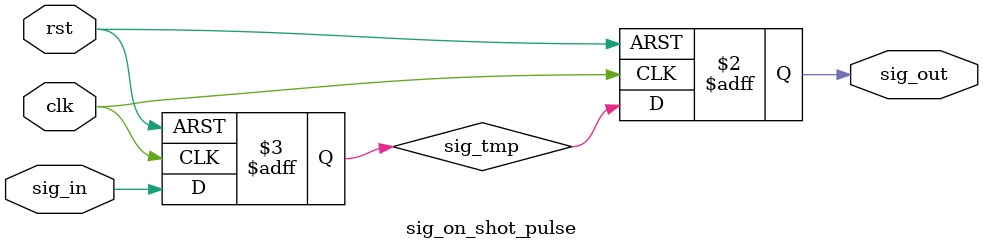
<source format=v>
`timescale 1ns / 1ps

module sig_on_shot_pulse(
    input clk,
    input rst,
    input sig_in,
    output reg sig_out
    );
    
    reg sig_tmp;
    always @( posedge clk or posedge rst)
        if( rst ) begin
            sig_tmp <= 1'b0;
            sig_out <= 1'b0;
        end else begin
            sig_tmp <= sig_in;
            sig_out <= sig_tmp;
        end
endmodule

</source>
